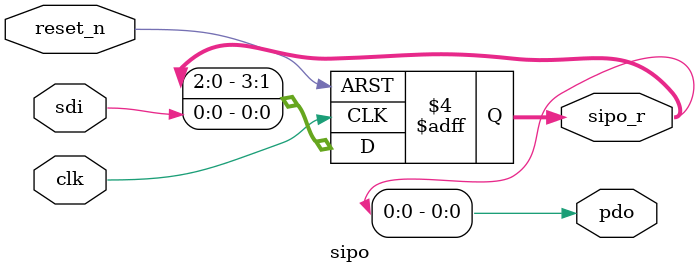
<source format=v>
module sipo(
		input clk,
		input reset_n,	// Active Low Reset
		input sdi,	// Serial Data In

		output pdo,	// Parallel Data Out
		
		output reg [3:0]sipo_r	
					);

always @(posedge clk or negedge reset_n)
	begin
		if(!reset_n)
		begin	sipo_r = 4'b0000;	end

		else
			begin
				
				// Various Shifting Techniques
				
				// 1. 
				// sipo_r[3:0]	<=	{sipo_r[2:0],sdi};

				// 2.
				// sipo_r[3:0]	<=	(sipo_r[3:0]<<1)	+ sdi;

				// 3. 
				sipo_r[3:0]	<=	sipo_r[3:0]<<1;
				sipo_r[0]	<=	sdi;
								


			end

	end

	// Parallelly Receiving Output
	assign pdo	=	sipo_r;

endmodule

</source>
